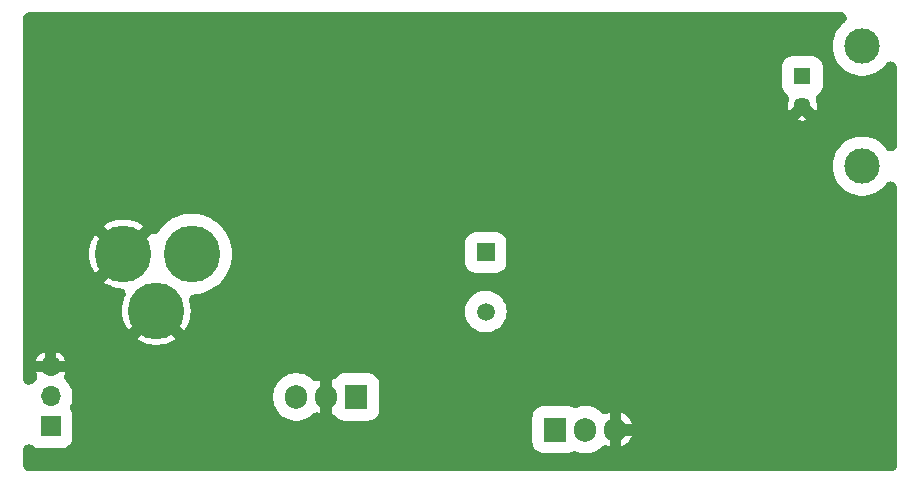
<source format=gbr>
%TF.GenerationSoftware,KiCad,Pcbnew,8.0.3-8.0.3-0~ubuntu23.10.1*%
%TF.CreationDate,2024-11-21T20:35:22-05:00*%
%TF.ProjectId,28mhz_class_e_amplifier_for_pi,32386d68-7a5f-4636-9c61-73735f655f61,alpha*%
%TF.SameCoordinates,Original*%
%TF.FileFunction,Copper,L2,Bot*%
%TF.FilePolarity,Positive*%
%FSLAX46Y46*%
G04 Gerber Fmt 4.6, Leading zero omitted, Abs format (unit mm)*
G04 Created by KiCad (PCBNEW 8.0.3-8.0.3-0~ubuntu23.10.1) date 2024-11-21 20:35:22*
%MOMM*%
%LPD*%
G01*
G04 APERTURE LIST*
%TA.AperFunction,ComponentPad*%
%ADD10C,4.800000*%
%TD*%
%TA.AperFunction,ComponentPad*%
%ADD11C,3.000000*%
%TD*%
%TA.AperFunction,ComponentPad*%
%ADD12C,1.446000*%
%TD*%
%TA.AperFunction,ComponentPad*%
%ADD13R,1.446000X1.446000*%
%TD*%
%TA.AperFunction,ComponentPad*%
%ADD14O,1.905000X2.000000*%
%TD*%
%TA.AperFunction,ComponentPad*%
%ADD15R,1.905000X2.000000*%
%TD*%
%TA.AperFunction,ComponentPad*%
%ADD16C,1.500000*%
%TD*%
%TA.AperFunction,ComponentPad*%
%ADD17R,1.500000X1.500000*%
%TD*%
%TA.AperFunction,ComponentPad*%
%ADD18O,1.700000X1.700000*%
%TD*%
%TA.AperFunction,ComponentPad*%
%ADD19R,1.700000X1.700000*%
%TD*%
%TA.AperFunction,ViaPad*%
%ADD20C,0.600000*%
%TD*%
%TA.AperFunction,Conductor*%
%ADD21C,0.200000*%
%TD*%
G04 APERTURE END LIST*
D10*
%TO.P,J2,3,GND_2*%
%TO.N,0*%
X117309500Y-90350000D03*
%TO.P,J2,2,GND_1*%
X114509500Y-85550000D03*
%TO.P,J2,1,POWER*%
%TO.N,Net-(J2-POWER)*%
X120309500Y-85550000D03*
%TD*%
D11*
%TO.P,J1,MH2*%
%TO.N,N/C*%
X177080000Y-78120000D03*
%TO.P,J1,MH1*%
X177080000Y-67960000D03*
D12*
%TO.P,J1,2,Ext*%
%TO.N,0*%
X172000000Y-73040000D03*
D13*
%TO.P,J1,1,In*%
%TO.N,Net-(J1-In)*%
X172000000Y-70500000D03*
%TD*%
D14*
%TO.P,U2,3,VO*%
%TO.N,Net-(J3-Pin_1)*%
X129160000Y-97655000D03*
%TO.P,U2,2,GND*%
%TO.N,0*%
X131700000Y-97655000D03*
D15*
%TO.P,U2,1,VI*%
%TO.N,Net-(J2-POWER)*%
X134240000Y-97655000D03*
%TD*%
D16*
%TO.P,L1,2*%
%TO.N,Net-(M1-S)*%
X145200000Y-90425000D03*
D17*
%TO.P,L1,1*%
%TO.N,Net-(J2-POWER)*%
X145200000Y-85425000D03*
%TD*%
D14*
%TO.P,M1,3,S*%
%TO.N,0*%
X156180000Y-100425000D03*
D15*
%TO.P,M1,2,G*%
%TO.N,Net-(M1-G)*%
X151100000Y-100425000D03*
D14*
%TO.P,M1,1,D*%
%TO.N,Net-(M1-S)*%
X153640000Y-100425000D03*
%TD*%
D18*
%TO.P,J3,3,Pin_3*%
%TO.N,0*%
X108350000Y-95075000D03*
%TO.P,J3,2,Pin_2*%
%TO.N,Net-(J3-Pin_2)*%
X108350000Y-97615000D03*
D19*
%TO.P,J3,1,Pin_1*%
%TO.N,Net-(J3-Pin_1)*%
X108350000Y-100155000D03*
%TD*%
D20*
%TO.N,0*%
X126925000Y-91350000D03*
X163500000Y-72975000D03*
X138450000Y-72875000D03*
X134500000Y-102350000D03*
X162275000Y-100550000D03*
X151500000Y-73050000D03*
X127950000Y-82850000D03*
X131050000Y-73150000D03*
X130175000Y-102350000D03*
%TD*%
D21*
%TO.N,0*%
X134550000Y-102325000D02*
X134525000Y-102350000D01*
X151400000Y-72850000D02*
X151475000Y-72925000D01*
X108350000Y-95075000D02*
X108350000Y-95100000D01*
X138300000Y-73025000D02*
X138475000Y-72850000D01*
X163690000Y-73040000D02*
X163575000Y-72925000D01*
%TD*%
%TA.AperFunction,Conductor*%
%TO.N,0*%
G36*
X175401578Y-65095213D02*
G01*
X175530773Y-65154214D01*
X175638112Y-65247224D01*
X175714899Y-65366708D01*
X175754914Y-65502985D01*
X175754914Y-65645015D01*
X175714899Y-65781292D01*
X175638112Y-65900776D01*
X175554301Y-65977697D01*
X175482970Y-66029522D01*
X175482968Y-66029524D01*
X175253608Y-66244908D01*
X175053055Y-66487333D01*
X175053047Y-66487344D01*
X174884467Y-66752984D01*
X174884458Y-66753000D01*
X174750501Y-67037673D01*
X174750498Y-67037679D01*
X174653268Y-67336921D01*
X174653267Y-67336926D01*
X174594312Y-67645980D01*
X174594310Y-67645991D01*
X174574556Y-67959993D01*
X174574556Y-67960006D01*
X174594310Y-68274008D01*
X174594312Y-68274019D01*
X174653267Y-68583073D01*
X174653268Y-68583078D01*
X174750498Y-68882320D01*
X174750501Y-68882326D01*
X174884458Y-69166999D01*
X174884467Y-69167015D01*
X175053047Y-69432655D01*
X175053053Y-69432663D01*
X175253610Y-69675094D01*
X175482970Y-69890478D01*
X175737516Y-70075416D01*
X176013234Y-70226994D01*
X176305775Y-70342819D01*
X176610527Y-70421066D01*
X176922682Y-70460500D01*
X176922685Y-70460500D01*
X177237315Y-70460500D01*
X177237318Y-70460500D01*
X177549473Y-70421066D01*
X177854225Y-70342819D01*
X178146766Y-70226994D01*
X178422484Y-70075416D01*
X178677030Y-69890478D01*
X178906390Y-69675094D01*
X179106947Y-69432663D01*
X179106948Y-69432660D01*
X179116514Y-69421098D01*
X179221701Y-69325660D01*
X179349514Y-69263723D01*
X179489600Y-69240303D01*
X179630610Y-69257299D01*
X179761119Y-69313334D01*
X179870555Y-69403867D01*
X179950052Y-69521565D01*
X179993170Y-69656893D01*
X180000000Y-69739173D01*
X180000000Y-76340826D01*
X179979787Y-76481411D01*
X179920786Y-76610606D01*
X179827776Y-76717945D01*
X179708292Y-76794732D01*
X179572015Y-76834747D01*
X179429985Y-76834747D01*
X179293708Y-76794732D01*
X179174224Y-76717945D01*
X179116515Y-76658902D01*
X179002677Y-76521296D01*
X178906390Y-76404906D01*
X178677030Y-76189522D01*
X178422484Y-76004584D01*
X178422482Y-76004583D01*
X178422481Y-76004582D01*
X178422475Y-76004579D01*
X178146762Y-75853004D01*
X177854225Y-75737181D01*
X177854221Y-75737180D01*
X177549473Y-75658934D01*
X177549470Y-75658933D01*
X177549468Y-75658933D01*
X177237330Y-75619501D01*
X177237321Y-75619500D01*
X177237318Y-75619500D01*
X176922682Y-75619500D01*
X176922679Y-75619500D01*
X176922669Y-75619501D01*
X176610531Y-75658933D01*
X176305778Y-75737180D01*
X176305774Y-75737181D01*
X176013237Y-75853004D01*
X175737524Y-76004579D01*
X175737518Y-76004582D01*
X175482966Y-76189525D01*
X175253608Y-76404908D01*
X175053055Y-76647333D01*
X175053047Y-76647344D01*
X174884467Y-76912984D01*
X174884458Y-76913000D01*
X174750501Y-77197673D01*
X174750498Y-77197679D01*
X174653268Y-77496921D01*
X174653267Y-77496926D01*
X174594312Y-77805980D01*
X174594310Y-77805991D01*
X174574556Y-78119993D01*
X174574556Y-78120006D01*
X174594310Y-78434008D01*
X174594312Y-78434019D01*
X174653267Y-78743073D01*
X174653268Y-78743078D01*
X174750498Y-79042320D01*
X174750501Y-79042326D01*
X174884458Y-79326999D01*
X174884467Y-79327015D01*
X175053047Y-79592655D01*
X175053053Y-79592663D01*
X175253610Y-79835094D01*
X175482970Y-80050478D01*
X175737516Y-80235416D01*
X176013234Y-80386994D01*
X176305775Y-80502819D01*
X176610527Y-80581066D01*
X176922682Y-80620500D01*
X176922685Y-80620500D01*
X177237315Y-80620500D01*
X177237318Y-80620500D01*
X177549473Y-80581066D01*
X177854225Y-80502819D01*
X178146766Y-80386994D01*
X178422484Y-80235416D01*
X178677030Y-80050478D01*
X178906390Y-79835094D01*
X179106947Y-79592663D01*
X179106948Y-79592660D01*
X179116514Y-79581098D01*
X179221701Y-79485660D01*
X179349514Y-79423723D01*
X179489600Y-79400303D01*
X179630610Y-79417299D01*
X179761119Y-79473334D01*
X179870555Y-79563867D01*
X179950052Y-79681565D01*
X179993170Y-79816893D01*
X180000000Y-79899173D01*
X180000000Y-103451000D01*
X179979787Y-103591585D01*
X179920786Y-103720780D01*
X179827776Y-103828119D01*
X179708292Y-103904906D01*
X179572015Y-103944921D01*
X179501000Y-103950000D01*
X106524000Y-103950000D01*
X106383415Y-103929787D01*
X106254220Y-103870786D01*
X106146881Y-103777776D01*
X106070094Y-103658292D01*
X106030079Y-103522015D01*
X106025000Y-103451000D01*
X106025000Y-102143976D01*
X106045213Y-102003391D01*
X106104214Y-101874196D01*
X106197224Y-101766857D01*
X106316708Y-101690070D01*
X106452985Y-101650055D01*
X106595015Y-101650055D01*
X106731292Y-101690070D01*
X106839336Y-101757241D01*
X106946593Y-101844698D01*
X107126951Y-101938909D01*
X107322582Y-101994886D01*
X107441963Y-102005500D01*
X109258036Y-102005499D01*
X109377418Y-101994886D01*
X109573049Y-101938909D01*
X109753407Y-101844698D01*
X109911109Y-101716109D01*
X110039698Y-101558407D01*
X110133909Y-101378049D01*
X110189886Y-101182418D01*
X110200500Y-101063037D01*
X110200499Y-99246964D01*
X110189886Y-99127582D01*
X110133909Y-98931951D01*
X110120357Y-98906007D01*
X110061785Y-98793875D01*
X110014611Y-98659908D01*
X110007091Y-98518077D01*
X110036541Y-98388459D01*
X110130077Y-98137677D01*
X110186343Y-97879026D01*
X110205227Y-97615000D01*
X110195535Y-97479494D01*
X127207000Y-97479494D01*
X127207000Y-97830505D01*
X127240416Y-98084327D01*
X127306677Y-98331615D01*
X127306679Y-98331622D01*
X127404648Y-98568140D01*
X127532651Y-98789849D01*
X127532661Y-98789864D01*
X127688506Y-98992964D01*
X127688507Y-98992965D01*
X127869535Y-99173993D01*
X128072643Y-99329844D01*
X128136947Y-99366970D01*
X128294359Y-99457851D01*
X128424741Y-99511857D01*
X128530882Y-99555822D01*
X128778171Y-99622083D01*
X129031994Y-99655500D01*
X129031995Y-99655500D01*
X129288005Y-99655500D01*
X129288006Y-99655500D01*
X129541829Y-99622083D01*
X129789118Y-99555822D01*
X130025643Y-99457850D01*
X130247357Y-99329844D01*
X130450465Y-99173993D01*
X130510756Y-99113701D01*
X130624450Y-99028591D01*
X130757525Y-98978955D01*
X130899193Y-98968822D01*
X131037977Y-98999012D01*
X131090139Y-99021939D01*
X131142429Y-99048582D01*
X131200000Y-99067287D01*
X131200000Y-97888974D01*
X131259890Y-97992708D01*
X131362292Y-98095110D01*
X131487708Y-98167518D01*
X131627591Y-98205000D01*
X131772409Y-98205000D01*
X131912292Y-98167518D01*
X132037708Y-98095110D01*
X132140110Y-97992708D01*
X132200000Y-97888974D01*
X132200000Y-99067288D01*
X132324008Y-99157386D01*
X132391819Y-99186042D01*
X132501772Y-99275947D01*
X132520877Y-99298026D01*
X132576393Y-99366112D01*
X132734089Y-99494695D01*
X132734093Y-99494698D01*
X132914451Y-99588909D01*
X133110082Y-99644886D01*
X133229463Y-99655500D01*
X135250536Y-99655499D01*
X135369918Y-99644886D01*
X135565549Y-99588909D01*
X135745907Y-99494698D01*
X135902562Y-99366963D01*
X149147000Y-99366963D01*
X149147000Y-99366969D01*
X149147000Y-99366970D01*
X149147000Y-101483030D01*
X149147001Y-101483036D01*
X149157614Y-101602418D01*
X149189768Y-101714792D01*
X149213590Y-101798046D01*
X149213595Y-101798057D01*
X149307802Y-101978407D01*
X149307804Y-101978410D01*
X149436389Y-102136108D01*
X149436391Y-102136110D01*
X149594089Y-102264695D01*
X149594093Y-102264698D01*
X149774451Y-102358909D01*
X149970082Y-102414886D01*
X150089463Y-102425500D01*
X152110536Y-102425499D01*
X152229918Y-102414886D01*
X152425549Y-102358909D01*
X152513128Y-102313161D01*
X152647091Y-102265989D01*
X152788922Y-102258468D01*
X152927127Y-102291210D01*
X152935089Y-102294427D01*
X153010882Y-102325822D01*
X153258171Y-102392083D01*
X153511994Y-102425500D01*
X153511995Y-102425500D01*
X153768005Y-102425500D01*
X153768006Y-102425500D01*
X154021829Y-102392083D01*
X154269118Y-102325822D01*
X154505643Y-102227850D01*
X154727357Y-102099844D01*
X154930465Y-101943993D01*
X154990756Y-101883701D01*
X155104450Y-101798591D01*
X155237525Y-101748955D01*
X155379193Y-101738822D01*
X155517977Y-101769012D01*
X155570139Y-101791939D01*
X155622429Y-101818582D01*
X155680000Y-101837287D01*
X156680000Y-101837287D01*
X156737571Y-101818582D01*
X156941270Y-101714792D01*
X156941280Y-101714786D01*
X157126240Y-101580405D01*
X157287905Y-101418740D01*
X157422286Y-101233780D01*
X157422288Y-101233775D01*
X157526083Y-101030067D01*
X157526086Y-101030059D01*
X157560222Y-100925000D01*
X156680000Y-100925000D01*
X156680000Y-101837287D01*
X155680000Y-101837287D01*
X155680000Y-100658974D01*
X155739890Y-100762708D01*
X155842292Y-100865110D01*
X155967708Y-100937518D01*
X156107591Y-100975000D01*
X156252409Y-100975000D01*
X156392292Y-100937518D01*
X156517708Y-100865110D01*
X156620110Y-100762708D01*
X156692518Y-100637292D01*
X156730000Y-100497409D01*
X156730000Y-100352591D01*
X156692518Y-100212708D01*
X156620110Y-100087292D01*
X156517708Y-99984890D01*
X156413974Y-99925000D01*
X156680000Y-99925000D01*
X157560222Y-99925000D01*
X157526086Y-99819940D01*
X157526083Y-99819932D01*
X157422288Y-99616224D01*
X157422286Y-99616219D01*
X157287905Y-99431259D01*
X157126240Y-99269594D01*
X156941280Y-99135213D01*
X156941270Y-99135207D01*
X156737573Y-99031419D01*
X156737564Y-99031415D01*
X156680000Y-99012710D01*
X156680000Y-99925000D01*
X156413974Y-99925000D01*
X156392292Y-99912482D01*
X156252409Y-99875000D01*
X156107591Y-99875000D01*
X155967708Y-99912482D01*
X155842292Y-99984890D01*
X155739890Y-100087292D01*
X155680000Y-100191025D01*
X155680000Y-99012710D01*
X155622435Y-99031415D01*
X155622428Y-99031418D01*
X155570134Y-99058063D01*
X155435695Y-99103875D01*
X155293795Y-99109957D01*
X155155930Y-99075813D01*
X155033269Y-99004212D01*
X154990752Y-98966294D01*
X154930464Y-98906006D01*
X154727364Y-98750161D01*
X154727360Y-98750158D01*
X154727357Y-98750156D01*
X154727353Y-98750153D01*
X154727349Y-98750151D01*
X154505640Y-98622148D01*
X154269122Y-98524179D01*
X154269115Y-98524177D01*
X154021827Y-98457916D01*
X153806488Y-98429566D01*
X153768006Y-98424500D01*
X153511994Y-98424500D01*
X153478578Y-98428899D01*
X153258172Y-98457916D01*
X153010885Y-98524177D01*
X153010883Y-98524177D01*
X153010882Y-98524178D01*
X153010880Y-98524179D01*
X152935116Y-98555561D01*
X152797497Y-98590684D01*
X152655558Y-98585614D01*
X152520796Y-98540759D01*
X152513127Y-98536837D01*
X152425558Y-98491095D01*
X152425551Y-98491092D01*
X152425549Y-98491091D01*
X152309607Y-98457916D01*
X152229918Y-98435114D01*
X152110537Y-98424500D01*
X152110529Y-98424500D01*
X150089469Y-98424500D01*
X149970082Y-98435114D01*
X149774453Y-98491090D01*
X149774442Y-98491095D01*
X149594092Y-98585302D01*
X149594089Y-98585304D01*
X149436391Y-98713889D01*
X149436389Y-98713891D01*
X149307804Y-98871589D01*
X149307802Y-98871592D01*
X149213595Y-99051942D01*
X149213590Y-99051953D01*
X149157791Y-99246963D01*
X149157614Y-99247582D01*
X149147000Y-99366963D01*
X135902562Y-99366963D01*
X135903608Y-99366110D01*
X135903610Y-99366108D01*
X135977126Y-99275947D01*
X136032198Y-99208407D01*
X136126409Y-99028049D01*
X136182386Y-98832418D01*
X136193000Y-98713037D01*
X136192999Y-96596964D01*
X136182386Y-96477582D01*
X136126409Y-96281951D01*
X136032198Y-96101593D01*
X135959122Y-96011972D01*
X135903610Y-95943891D01*
X135903608Y-95943889D01*
X135745910Y-95815304D01*
X135745907Y-95815302D01*
X135565557Y-95721095D01*
X135565554Y-95721093D01*
X135565549Y-95721091D01*
X135449607Y-95687916D01*
X135369918Y-95665114D01*
X135250537Y-95654500D01*
X135250529Y-95654500D01*
X133229469Y-95654500D01*
X133110082Y-95665114D01*
X132914453Y-95721090D01*
X132914442Y-95721095D01*
X132734092Y-95815302D01*
X132734089Y-95815304D01*
X132576394Y-95943887D01*
X132520878Y-96011972D01*
X132416370Y-96108153D01*
X132319257Y-96156066D01*
X132200000Y-96242710D01*
X132200000Y-97421025D01*
X132140110Y-97317292D01*
X132037708Y-97214890D01*
X131912292Y-97142482D01*
X131772409Y-97105000D01*
X131627591Y-97105000D01*
X131487708Y-97142482D01*
X131362292Y-97214890D01*
X131259890Y-97317292D01*
X131200000Y-97421025D01*
X131200000Y-96242710D01*
X131142435Y-96261415D01*
X131142428Y-96261418D01*
X131090134Y-96288063D01*
X130955695Y-96333875D01*
X130813795Y-96339957D01*
X130675930Y-96305813D01*
X130553269Y-96234212D01*
X130510752Y-96196294D01*
X130450464Y-96136006D01*
X130247364Y-95980161D01*
X130247360Y-95980158D01*
X130247357Y-95980156D01*
X130247353Y-95980153D01*
X130247349Y-95980151D01*
X130025640Y-95852148D01*
X129789122Y-95754179D01*
X129789115Y-95754177D01*
X129541827Y-95687916D01*
X129326488Y-95659566D01*
X129288006Y-95654500D01*
X129031994Y-95654500D01*
X128998578Y-95658899D01*
X128778172Y-95687916D01*
X128530884Y-95754177D01*
X128530877Y-95754179D01*
X128294359Y-95852148D01*
X128072650Y-95980151D01*
X128072635Y-95980161D01*
X127869535Y-96136006D01*
X127688506Y-96317035D01*
X127532661Y-96520135D01*
X127532651Y-96520150D01*
X127404648Y-96741859D01*
X127306679Y-96978377D01*
X127306677Y-96978384D01*
X127240416Y-97225672D01*
X127207000Y-97479494D01*
X110195535Y-97479494D01*
X110186343Y-97350974D01*
X110130077Y-97092322D01*
X110037574Y-96844311D01*
X110037574Y-96844310D01*
X109997538Y-96770992D01*
X109910716Y-96611989D01*
X109752087Y-96400085D01*
X109637410Y-96285408D01*
X109552295Y-96171708D01*
X109502661Y-96038633D01*
X109492528Y-95896965D01*
X109522719Y-95758180D01*
X109538010Y-95721675D01*
X109606406Y-95575000D01*
X108415826Y-95575000D01*
X108542993Y-95540925D01*
X108657007Y-95475099D01*
X108750099Y-95382007D01*
X108815925Y-95267993D01*
X108850000Y-95140826D01*
X108850000Y-95009174D01*
X108815925Y-94882007D01*
X108750099Y-94767993D01*
X108657007Y-94674901D01*
X108542993Y-94609075D01*
X108415826Y-94575000D01*
X108850000Y-94575000D01*
X109606406Y-94575000D01*
X109523601Y-94397424D01*
X109523598Y-94397420D01*
X109388111Y-94203923D01*
X109388106Y-94203917D01*
X109221083Y-94036894D01*
X109221078Y-94036890D01*
X109027577Y-93901398D01*
X108850000Y-93818592D01*
X108850000Y-94575000D01*
X108415826Y-94575000D01*
X108284174Y-94575000D01*
X108157007Y-94609075D01*
X108042993Y-94674901D01*
X107949901Y-94767993D01*
X107884075Y-94882007D01*
X107850000Y-95009174D01*
X107850000Y-95140826D01*
X107884075Y-95267993D01*
X107949901Y-95382007D01*
X108042993Y-95475099D01*
X108157007Y-95540925D01*
X108284174Y-95575000D01*
X107093592Y-95575000D01*
X107161989Y-95721676D01*
X107203084Y-95857631D01*
X107204211Y-95999657D01*
X107165279Y-96136247D01*
X107089442Y-96256336D01*
X107062590Y-96285408D01*
X106947912Y-96400085D01*
X106923468Y-96432740D01*
X106823036Y-96533170D01*
X106698379Y-96601236D01*
X106559594Y-96631426D01*
X106417926Y-96621292D01*
X106284851Y-96571657D01*
X106171151Y-96486540D01*
X106086036Y-96372839D01*
X106036403Y-96239763D01*
X106025000Y-96133697D01*
X106025000Y-94575000D01*
X107093594Y-94575000D01*
X107850000Y-94575000D01*
X107850000Y-93818593D01*
X107672420Y-93901400D01*
X107478923Y-94036888D01*
X107478917Y-94036893D01*
X107311893Y-94203917D01*
X107311888Y-94203923D01*
X107176401Y-94397420D01*
X107176398Y-94397424D01*
X107093594Y-94575000D01*
X106025000Y-94575000D01*
X106025000Y-85550000D01*
X111604585Y-85550000D01*
X111624226Y-85887237D01*
X111682884Y-86219906D01*
X111682889Y-86219930D01*
X111779773Y-86543541D01*
X111913573Y-86853722D01*
X112082481Y-87146279D01*
X112135242Y-87217149D01*
X112135243Y-87217150D01*
X113081228Y-86271164D01*
X113141057Y-86388583D01*
X113289088Y-86592330D01*
X113467170Y-86770412D01*
X113670917Y-86918443D01*
X113788334Y-86978270D01*
X112842187Y-87924417D01*
X113057042Y-88065730D01*
X113358916Y-88217337D01*
X113358917Y-88217338D01*
X113676359Y-88332877D01*
X113676369Y-88332880D01*
X114005059Y-88410781D01*
X114274793Y-88442309D01*
X114412080Y-88478706D01*
X114533552Y-88552308D01*
X114629368Y-88657150D01*
X114691764Y-88784740D01*
X114715688Y-88924741D01*
X114699199Y-89065811D01*
X114675052Y-89135579D01*
X114579773Y-89356458D01*
X114482889Y-89680069D01*
X114482884Y-89680093D01*
X114424226Y-90012762D01*
X114404585Y-90350000D01*
X114424226Y-90687237D01*
X114482884Y-91019906D01*
X114482889Y-91019930D01*
X114579773Y-91343541D01*
X114713573Y-91653722D01*
X114882481Y-91946279D01*
X114935242Y-92017149D01*
X115881228Y-91071163D01*
X115941057Y-91188583D01*
X116089088Y-91392330D01*
X116267170Y-91570412D01*
X116470917Y-91718443D01*
X116588334Y-91778270D01*
X115642187Y-92724417D01*
X115857042Y-92865730D01*
X116158916Y-93017337D01*
X116158917Y-93017338D01*
X116476359Y-93132877D01*
X116476369Y-93132880D01*
X116805059Y-93210781D01*
X117140591Y-93250000D01*
X117478409Y-93250000D01*
X117813937Y-93210781D01*
X117813942Y-93210781D01*
X118142630Y-93132880D01*
X118142640Y-93132877D01*
X118460082Y-93017338D01*
X118460083Y-93017337D01*
X118761947Y-92865735D01*
X118761954Y-92865731D01*
X118976810Y-92724417D01*
X118030664Y-91778270D01*
X118148083Y-91718443D01*
X118351830Y-91570412D01*
X118529912Y-91392330D01*
X118677943Y-91188583D01*
X118737770Y-91071164D01*
X119683756Y-92017150D01*
X119736517Y-91946281D01*
X119905426Y-91653722D01*
X120039226Y-91343541D01*
X120136110Y-91019930D01*
X120136115Y-91019906D01*
X120194773Y-90687237D01*
X120210046Y-90425000D01*
X143444592Y-90425000D01*
X143464198Y-90686630D01*
X143464199Y-90686634D01*
X143522580Y-90942415D01*
X143522582Y-90942422D01*
X143618425Y-91186629D01*
X143618430Y-91186639D01*
X143618432Y-91186643D01*
X143749614Y-91413857D01*
X143874462Y-91570412D01*
X143913197Y-91618983D01*
X144105519Y-91797432D01*
X144157364Y-91832779D01*
X144322296Y-91945228D01*
X144558677Y-92059063D01*
X144809385Y-92136396D01*
X145068818Y-92175500D01*
X145068823Y-92175500D01*
X145331177Y-92175500D01*
X145331182Y-92175500D01*
X145590615Y-92136396D01*
X145841323Y-92059063D01*
X146077704Y-91945228D01*
X146294479Y-91797433D01*
X146486805Y-91618981D01*
X146650386Y-91413857D01*
X146781568Y-91186643D01*
X146781572Y-91186632D01*
X146781574Y-91186629D01*
X146847007Y-91019906D01*
X146877420Y-90942416D01*
X146935802Y-90686630D01*
X146955408Y-90425000D01*
X146935802Y-90163370D01*
X146877420Y-89907584D01*
X146810005Y-89735813D01*
X146781574Y-89663370D01*
X146781570Y-89663363D01*
X146781568Y-89663357D01*
X146650386Y-89436143D01*
X146486805Y-89231019D01*
X146426306Y-89174884D01*
X146294480Y-89052567D01*
X146077710Y-88904776D01*
X146077709Y-88904775D01*
X146077704Y-88904772D01*
X145925269Y-88831363D01*
X145841330Y-88790940D01*
X145841328Y-88790939D01*
X145841325Y-88790938D01*
X145841323Y-88790937D01*
X145590615Y-88713604D01*
X145590611Y-88713603D01*
X145590612Y-88713603D01*
X145481409Y-88697143D01*
X145331182Y-88674500D01*
X145068818Y-88674500D01*
X144918590Y-88697143D01*
X144809388Y-88713603D01*
X144809385Y-88713604D01*
X144578768Y-88784740D01*
X144558671Y-88790939D01*
X144558669Y-88790940D01*
X144322298Y-88904771D01*
X144322289Y-88904776D01*
X144105519Y-89052567D01*
X143913197Y-89231016D01*
X143749621Y-89436133D01*
X143749608Y-89436152D01*
X143618433Y-89663355D01*
X143618425Y-89663370D01*
X143522582Y-89907577D01*
X143522580Y-89907584D01*
X143464198Y-90163370D01*
X143444592Y-90425000D01*
X120210046Y-90425000D01*
X120214414Y-90350000D01*
X120194773Y-90012762D01*
X120136115Y-89680093D01*
X120136109Y-89680064D01*
X120107814Y-89585554D01*
X120086857Y-89445079D01*
X120106326Y-89304389D01*
X120164643Y-89174884D01*
X120257083Y-89067054D01*
X120376159Y-88989635D01*
X120512222Y-88948900D01*
X120531845Y-88946369D01*
X120860448Y-88910632D01*
X121220566Y-88831364D01*
X121570003Y-88713625D01*
X121904662Y-88558795D01*
X122220619Y-88368690D01*
X122514170Y-88145538D01*
X122781873Y-87891956D01*
X123020590Y-87610917D01*
X123227522Y-87305716D01*
X123400243Y-86979930D01*
X123536727Y-86637379D01*
X123635375Y-86282081D01*
X123695031Y-85918199D01*
X123714994Y-85550000D01*
X123695031Y-85181801D01*
X123635375Y-84817919D01*
X123635371Y-84817905D01*
X123635370Y-84817899D01*
X123579582Y-84616970D01*
X123579580Y-84616963D01*
X143449500Y-84616963D01*
X143449500Y-84616969D01*
X143449500Y-84616970D01*
X143449500Y-86233030D01*
X143460114Y-86352417D01*
X143516090Y-86548046D01*
X143516095Y-86548057D01*
X143610302Y-86728407D01*
X143610304Y-86728410D01*
X143738889Y-86886108D01*
X143738891Y-86886110D01*
X143896589Y-87014695D01*
X143896593Y-87014698D01*
X144076951Y-87108909D01*
X144272582Y-87164886D01*
X144391963Y-87175500D01*
X146008036Y-87175499D01*
X146127418Y-87164886D01*
X146323049Y-87108909D01*
X146503407Y-87014698D01*
X146661109Y-86886109D01*
X146789698Y-86728407D01*
X146883909Y-86548049D01*
X146939886Y-86352418D01*
X146950500Y-86233037D01*
X146950499Y-84616964D01*
X146939886Y-84497582D01*
X146883909Y-84301951D01*
X146789698Y-84121593D01*
X146788455Y-84120068D01*
X146661110Y-83963891D01*
X146661108Y-83963889D01*
X146503410Y-83835304D01*
X146503407Y-83835302D01*
X146323057Y-83741095D01*
X146323054Y-83741093D01*
X146323049Y-83741091D01*
X146127418Y-83685114D01*
X146008037Y-83674500D01*
X146008029Y-83674500D01*
X144391969Y-83674500D01*
X144272582Y-83685114D01*
X144076953Y-83741090D01*
X144076942Y-83741095D01*
X143896592Y-83835302D01*
X143896589Y-83835304D01*
X143738891Y-83963889D01*
X143738889Y-83963891D01*
X143610304Y-84121589D01*
X143610302Y-84121592D01*
X143516095Y-84301942D01*
X143516090Y-84301953D01*
X143470117Y-84462623D01*
X143460114Y-84497582D01*
X143449500Y-84616963D01*
X123579580Y-84616963D01*
X123536727Y-84462621D01*
X123400243Y-84120070D01*
X123259273Y-83854172D01*
X123227526Y-83794291D01*
X123227525Y-83794289D01*
X123020595Y-83489090D01*
X123020591Y-83489084D01*
X122992962Y-83456557D01*
X122781873Y-83208044D01*
X122781863Y-83208035D01*
X122781857Y-83208028D01*
X122514181Y-82954471D01*
X122514180Y-82954470D01*
X122514172Y-82954464D01*
X122514170Y-82954462D01*
X122220619Y-82731310D01*
X122085481Y-82650000D01*
X121904670Y-82541209D01*
X121904661Y-82541204D01*
X121570003Y-82386374D01*
X121220566Y-82268636D01*
X120860448Y-82189368D01*
X120493870Y-82149500D01*
X120125130Y-82149500D01*
X119758552Y-82189368D01*
X119758547Y-82189368D01*
X119758547Y-82189369D01*
X119398433Y-82268636D01*
X119048996Y-82386374D01*
X118714338Y-82541204D01*
X118714329Y-82541209D01*
X118398388Y-82731305D01*
X118398377Y-82731312D01*
X118104819Y-82954470D01*
X118104818Y-82954471D01*
X117837142Y-83208028D01*
X117837128Y-83208043D01*
X117598408Y-83489084D01*
X117598401Y-83489095D01*
X117472128Y-83675333D01*
X117376504Y-83780350D01*
X117255166Y-83854172D01*
X117117945Y-83890820D01*
X117022857Y-83892981D01*
X116883757Y-83882847D01*
X115937770Y-84828834D01*
X115877943Y-84711417D01*
X115729912Y-84507670D01*
X115551830Y-84329588D01*
X115348083Y-84181557D01*
X115230664Y-84121728D01*
X116176811Y-83175581D01*
X115961951Y-83034266D01*
X115660083Y-82882662D01*
X115660082Y-82882661D01*
X115342640Y-82767122D01*
X115342630Y-82767119D01*
X115013940Y-82689218D01*
X114678409Y-82650000D01*
X114340591Y-82650000D01*
X114005062Y-82689218D01*
X114005057Y-82689218D01*
X113676369Y-82767119D01*
X113676359Y-82767122D01*
X113358917Y-82882661D01*
X113358916Y-82882662D01*
X113057043Y-83034268D01*
X112842187Y-83175581D01*
X113788335Y-84121729D01*
X113670917Y-84181557D01*
X113467170Y-84329588D01*
X113289088Y-84507670D01*
X113141057Y-84711417D01*
X113081229Y-84828835D01*
X112135242Y-83882849D01*
X112082483Y-83953717D01*
X111913573Y-84246277D01*
X111779773Y-84556458D01*
X111682889Y-84880069D01*
X111682884Y-84880093D01*
X111624226Y-85212762D01*
X111604585Y-85550000D01*
X106025000Y-85550000D01*
X106025000Y-74185162D01*
X171561944Y-74185162D01*
X171580107Y-74193631D01*
X171580113Y-74193634D01*
X171786816Y-74249020D01*
X171999999Y-74267672D01*
X172000001Y-74267672D01*
X172213187Y-74249020D01*
X172419885Y-74193634D01*
X172438054Y-74185161D01*
X172000000Y-73747107D01*
X171561944Y-74185162D01*
X106025000Y-74185162D01*
X106025000Y-69718963D01*
X170276500Y-69718963D01*
X170276500Y-69718969D01*
X170276500Y-69718970D01*
X170276500Y-71281030D01*
X170287114Y-71400417D01*
X170343090Y-71596046D01*
X170343095Y-71596057D01*
X170437302Y-71776407D01*
X170437304Y-71776410D01*
X170565887Y-71934106D01*
X170565891Y-71934109D01*
X170699849Y-72043338D01*
X170796030Y-72147843D01*
X170858873Y-72275214D01*
X170883286Y-72415130D01*
X170867291Y-72556257D01*
X170853418Y-72600734D01*
X170846368Y-72620103D01*
X170790979Y-72826816D01*
X170772328Y-73039998D01*
X170772328Y-73040001D01*
X170790979Y-73253183D01*
X170846366Y-73459891D01*
X170854836Y-73478054D01*
X171351476Y-72981415D01*
X171555000Y-72981415D01*
X171555000Y-73098585D01*
X171585326Y-73211764D01*
X171643911Y-73313236D01*
X171726764Y-73396089D01*
X171828236Y-73454674D01*
X171941415Y-73485000D01*
X172058585Y-73485000D01*
X172171764Y-73454674D01*
X172273236Y-73396089D01*
X172356089Y-73313236D01*
X172414674Y-73211764D01*
X172445000Y-73098585D01*
X172445000Y-72981415D01*
X172414674Y-72868236D01*
X172356089Y-72766764D01*
X172273236Y-72683911D01*
X172171764Y-72625326D01*
X172058585Y-72595000D01*
X171941415Y-72595000D01*
X171828236Y-72625326D01*
X171726764Y-72683911D01*
X171643911Y-72766764D01*
X171585326Y-72868236D01*
X171555000Y-72981415D01*
X171351476Y-72981415D01*
X171647153Y-72685738D01*
X171760854Y-72600622D01*
X171893929Y-72550988D01*
X172035597Y-72540855D01*
X172174381Y-72571046D01*
X172299038Y-72639114D01*
X172352845Y-72685738D01*
X173145161Y-73478054D01*
X173153634Y-73459885D01*
X173209020Y-73253187D01*
X173227672Y-73040001D01*
X173227672Y-73039998D01*
X173209020Y-72826816D01*
X173153632Y-72620105D01*
X173146585Y-72600744D01*
X173117494Y-72461725D01*
X173128748Y-72320142D01*
X173179435Y-72187464D01*
X173265448Y-72074440D01*
X173300133Y-72043351D01*
X173434109Y-71934109D01*
X173562698Y-71776407D01*
X173656909Y-71596049D01*
X173712886Y-71400418D01*
X173723500Y-71281037D01*
X173723499Y-69718964D01*
X173712886Y-69599582D01*
X173656909Y-69403951D01*
X173562698Y-69223593D01*
X173516565Y-69167015D01*
X173434110Y-69065891D01*
X173434108Y-69065889D01*
X173276410Y-68937304D01*
X173276407Y-68937302D01*
X173096057Y-68843095D01*
X173096054Y-68843093D01*
X173096049Y-68843091D01*
X172900418Y-68787114D01*
X172781037Y-68776500D01*
X172781029Y-68776500D01*
X171218969Y-68776500D01*
X171099582Y-68787114D01*
X170903953Y-68843090D01*
X170903942Y-68843095D01*
X170723592Y-68937302D01*
X170723589Y-68937304D01*
X170565891Y-69065889D01*
X170565889Y-69065891D01*
X170437304Y-69223589D01*
X170437302Y-69223592D01*
X170343095Y-69403942D01*
X170343090Y-69403953D01*
X170309437Y-69521565D01*
X170287114Y-69599582D01*
X170276500Y-69718963D01*
X106025000Y-69718963D01*
X106025000Y-65574000D01*
X106045213Y-65433415D01*
X106104214Y-65304220D01*
X106197224Y-65196881D01*
X106316708Y-65120094D01*
X106452985Y-65080079D01*
X106524000Y-65075000D01*
X175260993Y-65075000D01*
X175401578Y-65095213D01*
G37*
%TD.AperFunction*%
%TD*%
M02*

</source>
